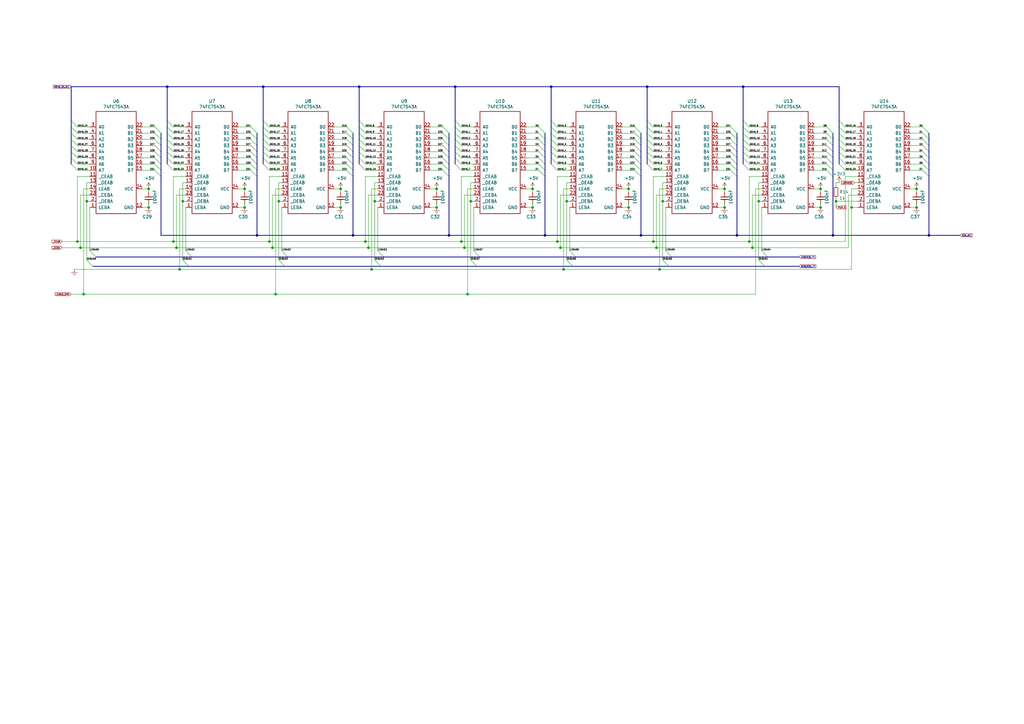
<source format=kicad_sch>
(kicad_sch (version 20230121) (generator eeschema)
  (paper "A3")
  (title_block (title "Z3660 by sHaNsHe (Double H Tech)") (date "2023-08-06") (rev "v0.21a") (comment 1 "v0.21a Changed Array Networks"))
  (junction (at 139.7 77.47))
  (junction (at 336.55 85.09))
  (junction (at 113.03 120.65))
  (junction (at 341.63 96.52))
  (junction (at 60.96 85.09))
  (junction (at 270.51 110.49))
  (junction (at 228.6 99.06))
  (junction (at 100.33 77.47))
  (junction (at 231.14 110.49))
  (junction (at 72.39 101.6))
  (junction (at 297.18 77.47))
  (junction (at 35.56 82.55))
  (junction (at 186.69 35.56))
  (junction (at 152.4 110.49))
  (junction (at 257.81 77.47))
  (junction (at 262.89 96.52))
  (junction (at 189.23 99.06))
  (junction (at 271.78 82.55))
  (junction (at 179.07 77.47))
  (junction (at 68.58 35.56))
  (junction (at 307.34 99.06))
  (junction (at 191.77 120.65))
  (junction (at 304.8 35.56))
  (junction (at 153.67 82.55))
  (junction (at 308.61 101.6))
  (junction (at 34.29 120.65))
  (junction (at 375.92 85.09))
  (junction (at 151.13 101.6))
  (junction (at 193.04 82.55))
  (junction (at 114.3 82.55))
  (junction (at 110.49 99.06))
  (junction (at 60.96 77.47))
  (junction (at 257.81 85.09))
  (junction (at 381 96.52))
  (junction (at 71.12 99.06))
  (junction (at 179.07 85.09))
  (junction (at 31.75 99.06))
  (junction (at 33.02 101.6))
  (junction (at 218.44 85.09))
  (junction (at 111.76 101.6))
  (junction (at 218.44 77.47))
  (junction (at 267.97 99.06))
  (junction (at 190.5 101.6))
  (junction (at 184.15 96.52))
  (junction (at 144.78 96.52))
  (junction (at 149.86 99.06))
  (junction (at 232.41 82.55))
  (junction (at 269.24 101.6))
  (junction (at 73.66 110.49))
  (junction (at 336.55 77.47))
  (junction (at 311.15 82.55))
  (junction (at 349.25 85.09))
  (junction (at 74.93 82.55))
  (junction (at 229.87 101.6))
  (junction (at 107.95 35.56))
  (junction (at 226.06 35.56))
  (junction (at 265.43 35.56))
  (junction (at 139.7 85.09))
  (junction (at 105.41 96.52))
  (junction (at 297.18 85.09))
  (junction (at 342.9 82.55))
  (junction (at 100.33 85.09))
  (junction (at 223.52 96.52))
  (junction (at 302.26 96.52))
  (junction (at 147.32 35.56))
  (junction (at 375.92 77.47))
  (bus_entry (at 181.61 64.77) (size 2.54 2.54))
  (bus_entry (at 107.95 54.61) (size 2.54 2.54))
  (bus_entry (at 265.43 49.53) (size 2.54 2.54))
  (bus_entry (at 304.8 54.61) (size 2.54 2.54))
  (bus_entry (at 304.8 64.77) (size 2.54 2.54))
  (bus_entry (at 68.58 64.77) (size 2.54 2.54))
  (bus_entry (at 339.09 59.69) (size 2.54 2.54))
  (bus_entry (at 311.15 106.68) (size 2.54 2.54))
  (bus_entry (at 68.58 54.61) (size 2.54 2.54))
  (bus_entry (at 147.32 62.23) (size 2.54 2.54))
  (bus_entry (at 260.35 67.31) (size 2.54 2.54))
  (bus_entry (at 29.21 54.61) (size 2.54 2.54))
  (bus_entry (at 260.35 52.07) (size 2.54 2.54))
  (bus_entry (at 226.06 49.53) (size 2.54 2.54))
  (bus_entry (at 260.35 62.23) (size 2.54 2.54))
  (bus_entry (at 147.32 67.31) (size 2.54 2.54))
  (bus_entry (at 339.09 62.23) (size 2.54 2.54))
  (bus_entry (at 226.06 62.23) (size 2.54 2.54))
  (bus_entry (at 68.58 62.23) (size 2.54 2.54))
  (bus_entry (at 29.21 57.15) (size 2.54 2.54))
  (bus_entry (at 68.58 59.69) (size 2.54 2.54))
  (bus_entry (at 142.24 57.15) (size 2.54 2.54))
  (bus_entry (at 339.09 54.61) (size 2.54 2.54))
  (bus_entry (at 181.61 62.23) (size 2.54 2.54))
  (bus_entry (at 299.72 54.61) (size 2.54 2.54))
  (bus_entry (at 147.32 49.53) (size 2.54 2.54))
  (bus_entry (at 344.17 62.23) (size 2.54 2.54))
  (bus_entry (at 265.43 67.31) (size 2.54 2.54))
  (bus_entry (at 220.98 59.69) (size 2.54 2.54))
  (bus_entry (at 378.46 57.15) (size 2.54 2.54))
  (bus_entry (at 220.98 57.15) (size 2.54 2.54))
  (bus_entry (at 299.72 64.77) (size 2.54 2.54))
  (bus_entry (at 29.21 67.31) (size 2.54 2.54))
  (bus_entry (at 304.8 62.23) (size 2.54 2.54))
  (bus_entry (at 232.41 106.68) (size 2.54 2.54))
  (bus_entry (at 226.06 59.69) (size 2.54 2.54))
  (bus_entry (at 378.46 69.85) (size 2.54 2.54))
  (bus_entry (at 220.98 69.85) (size 2.54 2.54))
  (bus_entry (at 378.46 67.31) (size 2.54 2.54))
  (bus_entry (at 115.57 102.87) (size 2.54 2.54))
  (bus_entry (at 107.95 64.77) (size 2.54 2.54))
  (bus_entry (at 226.06 57.15) (size 2.54 2.54))
  (bus_entry (at 102.87 62.23) (size 2.54 2.54))
  (bus_entry (at 299.72 52.07) (size 2.54 2.54))
  (bus_entry (at 181.61 67.31) (size 2.54 2.54))
  (bus_entry (at 181.61 59.69) (size 2.54 2.54))
  (bus_entry (at 339.09 57.15) (size 2.54 2.54))
  (bus_entry (at 260.35 64.77) (size 2.54 2.54))
  (bus_entry (at 68.58 67.31) (size 2.54 2.54))
  (bus_entry (at 142.24 59.69) (size 2.54 2.54))
  (bus_entry (at 142.24 64.77) (size 2.54 2.54))
  (bus_entry (at 265.43 52.07) (size 2.54 2.54))
  (bus_entry (at 63.5 62.23) (size 2.54 2.54))
  (bus_entry (at 181.61 69.85) (size 2.54 2.54))
  (bus_entry (at 142.24 52.07) (size 2.54 2.54))
  (bus_entry (at 186.69 59.69) (size 2.54 2.54))
  (bus_entry (at 107.95 57.15) (size 2.54 2.54))
  (bus_entry (at 304.8 67.31) (size 2.54 2.54))
  (bus_entry (at 107.95 49.53) (size 2.54 2.54))
  (bus_entry (at 68.58 49.53) (size 2.54 2.54))
  (bus_entry (at 63.5 59.69) (size 2.54 2.54))
  (bus_entry (at 220.98 67.31) (size 2.54 2.54))
  (bus_entry (at 107.95 52.07) (size 2.54 2.54))
  (bus_entry (at 299.72 59.69) (size 2.54 2.54))
  (bus_entry (at 29.21 49.53) (size 2.54 2.54))
  (bus_entry (at 29.21 64.77) (size 2.54 2.54))
  (bus_entry (at 63.5 54.61) (size 2.54 2.54))
  (bus_entry (at 265.43 62.23) (size 2.54 2.54))
  (bus_entry (at 304.8 57.15) (size 2.54 2.54))
  (bus_entry (at 304.8 49.53) (size 2.54 2.54))
  (bus_entry (at 339.09 64.77) (size 2.54 2.54))
  (bus_entry (at 35.56 106.68) (size 2.54 2.54))
  (bus_entry (at 273.05 102.87) (size 2.54 2.54))
  (bus_entry (at 194.31 102.87) (size 2.54 2.54))
  (bus_entry (at 344.17 59.69) (size 2.54 2.54))
  (bus_entry (at 186.69 57.15) (size 2.54 2.54))
  (bus_entry (at 107.95 62.23) (size 2.54 2.54))
  (bus_entry (at 378.46 52.07) (size 2.54 2.54))
  (bus_entry (at 102.87 52.07) (size 2.54 2.54))
  (bus_entry (at 378.46 62.23) (size 2.54 2.54))
  (bus_entry (at 181.61 52.07) (size 2.54 2.54))
  (bus_entry (at 63.5 69.85) (size 2.54 2.54))
  (bus_entry (at 186.69 54.61) (size 2.54 2.54))
  (bus_entry (at 29.21 52.07) (size 2.54 2.54))
  (bus_entry (at 142.24 62.23) (size 2.54 2.54))
  (bus_entry (at 339.09 69.85) (size 2.54 2.54))
  (bus_entry (at 76.2 102.87) (size 2.54 2.54))
  (bus_entry (at 265.43 59.69) (size 2.54 2.54))
  (bus_entry (at 233.68 102.87) (size 2.54 2.54))
  (bus_entry (at 147.32 59.69) (size 2.54 2.54))
  (bus_entry (at 299.72 62.23) (size 2.54 2.54))
  (bus_entry (at 226.06 52.07) (size 2.54 2.54))
  (bus_entry (at 63.5 64.77) (size 2.54 2.54))
  (bus_entry (at 147.32 54.61) (size 2.54 2.54))
  (bus_entry (at 193.04 106.68) (size 2.54 2.54))
  (bus_entry (at 220.98 64.77) (size 2.54 2.54))
  (bus_entry (at 181.61 57.15) (size 2.54 2.54))
  (bus_entry (at 147.32 57.15) (size 2.54 2.54))
  (bus_entry (at 186.69 52.07) (size 2.54 2.54))
  (bus_entry (at 186.69 67.31) (size 2.54 2.54))
  (bus_entry (at 260.35 59.69) (size 2.54 2.54))
  (bus_entry (at 102.87 54.61) (size 2.54 2.54))
  (bus_entry (at 312.42 102.87) (size 2.54 2.54))
  (bus_entry (at 63.5 52.07) (size 2.54 2.54))
  (bus_entry (at 114.3 106.68) (size 2.54 2.54))
  (bus_entry (at 304.8 59.69) (size 2.54 2.54))
  (bus_entry (at 344.17 52.07) (size 2.54 2.54))
  (bus_entry (at 260.35 69.85) (size 2.54 2.54))
  (bus_entry (at 142.24 54.61) (size 2.54 2.54))
  (bus_entry (at 265.43 54.61) (size 2.54 2.54))
  (bus_entry (at 181.61 54.61) (size 2.54 2.54))
  (bus_entry (at 142.24 67.31) (size 2.54 2.54))
  (bus_entry (at 107.95 67.31) (size 2.54 2.54))
  (bus_entry (at 153.67 106.68) (size 2.54 2.54))
  (bus_entry (at 102.87 59.69) (size 2.54 2.54))
  (bus_entry (at 265.43 57.15) (size 2.54 2.54))
  (bus_entry (at 344.17 67.31) (size 2.54 2.54))
  (bus_entry (at 102.87 64.77) (size 2.54 2.54))
  (bus_entry (at 226.06 54.61) (size 2.54 2.54))
  (bus_entry (at 63.5 67.31) (size 2.54 2.54))
  (bus_entry (at 29.21 59.69) (size 2.54 2.54))
  (bus_entry (at 102.87 57.15) (size 2.54 2.54))
  (bus_entry (at 260.35 54.61) (size 2.54 2.54))
  (bus_entry (at 107.95 59.69) (size 2.54 2.54))
  (bus_entry (at 378.46 59.69) (size 2.54 2.54))
  (bus_entry (at 344.17 57.15) (size 2.54 2.54))
  (bus_entry (at 36.83 102.87) (size 2.54 2.54))
  (bus_entry (at 299.72 67.31) (size 2.54 2.54))
  (bus_entry (at 378.46 64.77) (size 2.54 2.54))
  (bus_entry (at 102.87 69.85) (size 2.54 2.54))
  (bus_entry (at 74.93 106.68) (size 2.54 2.54))
  (bus_entry (at 147.32 64.77) (size 2.54 2.54))
  (bus_entry (at 344.17 64.77) (size 2.54 2.54))
  (bus_entry (at 68.58 52.07) (size 2.54 2.54))
  (bus_entry (at 220.98 52.07) (size 2.54 2.54))
  (bus_entry (at 186.69 64.77) (size 2.54 2.54))
  (bus_entry (at 68.58 57.15) (size 2.54 2.54))
  (bus_entry (at 271.78 106.68) (size 2.54 2.54))
  (bus_entry (at 265.43 64.77) (size 2.54 2.54))
  (bus_entry (at 147.32 52.07) (size 2.54 2.54))
  (bus_entry (at 226.06 67.31) (size 2.54 2.54))
  (bus_entry (at 260.35 57.15) (size 2.54 2.54))
  (bus_entry (at 154.94 102.87) (size 2.54 2.54))
  (bus_entry (at 63.5 57.15) (size 2.54 2.54))
  (bus_entry (at 299.72 69.85) (size 2.54 2.54))
  (bus_entry (at 220.98 54.61) (size 2.54 2.54))
  (bus_entry (at 142.24 69.85) (size 2.54 2.54))
  (bus_entry (at 344.17 54.61) (size 2.54 2.54))
  (bus_entry (at 299.72 57.15) (size 2.54 2.54))
  (bus_entry (at 102.87 67.31) (size 2.54 2.54))
  (bus_entry (at 226.06 64.77) (size 2.54 2.54))
  (bus_entry (at 220.98 62.23) (size 2.54 2.54))
  (bus_entry (at 304.8 52.07) (size 2.54 2.54))
  (bus_entry (at 29.21 62.23) (size 2.54 2.54))
  (bus_entry (at 186.69 62.23) (size 2.54 2.54))
  (bus_entry (at 378.46 54.61) (size 2.54 2.54))
  (bus_entry (at 339.09 67.31) (size 2.54 2.54))
  (bus_entry (at 186.69 49.53) (size 2.54 2.54))
  (bus_entry (at 344.17 49.53) (size 2.54 2.54))
  (bus_entry (at 339.09 52.07) (size 2.54 2.54))
  (bus (pts (xy 381 96.52) (xy 393.7 96.52)))
  (wire (pts (xy 152.4 110.49) (xy 231.14 110.49)))
  (wire (pts (xy 339.09 57.15) (xy 334.01 57.15)))
  (wire (pts (xy 312.42 102.87) (xy 312.42 85.09)))
  (wire (pts (xy 294.64 54.61) (xy 299.72 54.61)))
  (wire (pts (xy 137.16 69.85) (xy 142.24 69.85)))
  (bus (pts (xy 144.78 54.61) (xy 144.78 57.15)))
  (wire (pts (xy 189.23 54.61) (xy 194.31 54.61)))
  (wire (pts (xy 153.67 74.93) (xy 153.67 82.55)))
  (wire (pts (xy 255.27 69.85) (xy 260.35 69.85)))
  (bus (pts (xy 302.26 72.39) (xy 302.26 96.52)))
  (wire (pts (xy 220.98 52.07) (xy 215.9 52.07)))
  (wire (pts (xy 218.44 83.82) (xy 218.44 85.09)))
  (wire (pts (xy 181.61 52.07) (xy 176.53 52.07)))
  (bus (pts (xy 66.04 72.39) (xy 66.04 96.52)))
  (wire (pts (xy 267.97 72.39) (xy 273.05 72.39)))
  (bus (pts (xy 265.43 49.53) (xy 265.43 52.07)))
  (wire (pts (xy 378.46 57.15) (xy 373.38 57.15)))
  (wire (pts (xy 71.12 99.06) (xy 71.12 72.39)))
  (wire (pts (xy 25.4 99.06) (xy 31.75 99.06)))
  (wire (pts (xy 149.86 59.69) (xy 154.94 59.69)))
  (bus (pts (xy 186.69 59.69) (xy 186.69 62.23)))
  (wire (pts (xy 35.56 74.93) (xy 35.56 82.55)))
  (wire (pts (xy 137.16 77.47) (xy 139.7 77.47)))
  (wire (pts (xy 307.34 99.06) (xy 346.71 99.06)))
  (bus (pts (xy 341.63 57.15) (xy 341.63 59.69)))
  (bus (pts (xy 262.89 62.23) (xy 262.89 64.77)))
  (wire (pts (xy 31.75 59.69) (xy 36.83 59.69)))
  (bus (pts (xy 66.04 96.52) (xy 105.41 96.52)))
  (bus (pts (xy 265.43 35.56) (xy 304.8 35.56)))
  (bus (pts (xy 66.04 69.85) (xy 66.04 72.39)))
  (bus (pts (xy 144.78 69.85) (xy 144.78 72.39)))
  (wire (pts (xy 25.4 101.6) (xy 33.02 101.6)))
  (wire (pts (xy 71.12 64.77) (xy 76.2 64.77)))
  (wire (pts (xy 309.88 120.65) (xy 191.77 120.65)))
  (wire (pts (xy 71.12 59.69) (xy 76.2 59.69)))
  (wire (pts (xy 233.68 62.23) (xy 228.6 62.23)))
  (bus (pts (xy 184.15 54.61) (xy 184.15 57.15)))
  (wire (pts (xy 115.57 62.23) (xy 110.49 62.23)))
  (wire (pts (xy 115.57 74.93) (xy 114.3 74.93)))
  (wire (pts (xy 334.01 64.77) (xy 339.09 64.77)))
  (wire (pts (xy 63.5 62.23) (xy 58.42 62.23)))
  (wire (pts (xy 273.05 62.23) (xy 267.97 62.23)))
  (wire (pts (xy 342.9 85.09) (xy 342.9 82.55)))
  (bus (pts (xy 29.21 54.61) (xy 29.21 57.15)))
  (wire (pts (xy 76.2 74.93) (xy 74.93 74.93)))
  (bus (pts (xy 226.06 35.56) (xy 265.43 35.56)))
  (wire (pts (xy 139.7 78.74) (xy 139.7 77.47)))
  (wire (pts (xy 63.5 57.15) (xy 58.42 57.15)))
  (wire (pts (xy 294.64 59.69) (xy 299.72 59.69)))
  (wire (pts (xy 351.79 52.07) (xy 346.71 52.07)))
  (bus (pts (xy 107.95 54.61) (xy 107.95 57.15)))
  (wire (pts (xy 297.18 78.74) (xy 297.18 77.47)))
  (wire (pts (xy 149.86 54.61) (xy 154.94 54.61)))
  (bus (pts (xy 226.06 62.23) (xy 226.06 64.77)))
  (wire (pts (xy 233.68 102.87) (xy 233.68 85.09)))
  (bus (pts (xy 265.43 57.15) (xy 265.43 59.69)))
  (bus (pts (xy 118.11 105.41) (xy 157.48 105.41)))
  (wire (pts (xy 334.01 85.09) (xy 336.55 85.09)))
  (bus (pts (xy 29.21 52.07) (xy 29.21 54.61)))
  (wire (pts (xy 233.68 52.07) (xy 228.6 52.07)))
  (wire (pts (xy 260.35 57.15) (xy 255.27 57.15)))
  (wire (pts (xy 193.04 82.55) (xy 193.04 106.68)))
  (bus (pts (xy 107.95 35.56) (xy 147.32 35.56)))
  (bus (pts (xy 68.58 35.56) (xy 107.95 35.56)))
  (wire (pts (xy 33.02 80.01) (xy 36.83 80.01)))
  (wire (pts (xy 373.38 54.61) (xy 378.46 54.61)))
  (wire (pts (xy 312.42 82.55) (xy 311.15 82.55)))
  (bus (pts (xy 304.8 62.23) (xy 304.8 64.77)))
  (bus (pts (xy 29.21 57.15) (xy 29.21 59.69)))
  (wire (pts (xy 36.83 67.31) (xy 31.75 67.31)))
  (wire (pts (xy 110.49 99.06) (xy 110.49 72.39)))
  (bus (pts (xy 107.95 35.56) (xy 107.95 49.53)))
  (bus (pts (xy 107.95 57.15) (xy 107.95 59.69)))
  (wire (pts (xy 215.9 64.77) (xy 220.98 64.77)))
  (bus (pts (xy 147.32 49.53) (xy 147.32 52.07)))
  (wire (pts (xy 176.53 77.47) (xy 179.07 77.47)))
  (wire (pts (xy 233.68 82.55) (xy 232.41 82.55)))
  (bus (pts (xy 147.32 59.69) (xy 147.32 62.23)))
  (wire (pts (xy 336.55 78.74) (xy 336.55 77.47)))
  (bus (pts (xy 223.52 59.69) (xy 223.52 62.23)))
  (wire (pts (xy 189.23 64.77) (xy 194.31 64.77)))
  (bus (pts (xy 304.8 35.56) (xy 344.17 35.56)))
  (bus (pts (xy 156.21 109.22) (xy 195.58 109.22)))
  (wire (pts (xy 312.42 57.15) (xy 307.34 57.15)))
  (wire (pts (xy 34.29 77.47) (xy 34.29 120.65)))
  (wire (pts (xy 260.35 67.31) (xy 255.27 67.31)))
  (bus (pts (xy 341.63 69.85) (xy 341.63 72.39)))
  (wire (pts (xy 215.9 59.69) (xy 220.98 59.69)))
  (wire (pts (xy 267.97 64.77) (xy 273.05 64.77)))
  (wire (pts (xy 194.31 57.15) (xy 189.23 57.15)))
  (wire (pts (xy 194.31 52.07) (xy 189.23 52.07)))
  (wire (pts (xy 307.34 54.61) (xy 312.42 54.61)))
  (wire (pts (xy 309.88 77.47) (xy 309.88 120.65)))
  (wire (pts (xy 346.71 72.39) (xy 351.79 72.39)))
  (wire (pts (xy 191.77 77.47) (xy 191.77 120.65)))
  (wire (pts (xy 72.39 101.6) (xy 111.76 101.6)))
  (bus (pts (xy 29.21 62.23) (xy 29.21 64.77)))
  (bus (pts (xy 302.26 54.61) (xy 302.26 57.15)))
  (bus (pts (xy 29.21 64.77) (xy 29.21 67.31)))
  (wire (pts (xy 97.79 77.47) (xy 100.33 77.47)))
  (wire (pts (xy 229.87 80.01) (xy 233.68 80.01)))
  (bus (pts (xy 68.58 57.15) (xy 68.58 59.69)))
  (wire (pts (xy 347.98 80.01) (xy 351.79 80.01)))
  (wire (pts (xy 267.97 59.69) (xy 273.05 59.69)))
  (bus (pts (xy 304.8 54.61) (xy 304.8 57.15)))
  (bus (pts (xy 29.21 35.56) (xy 29.21 49.53)))
  (wire (pts (xy 76.2 85.09) (xy 76.2 102.87)))
  (bus (pts (xy 262.89 96.52) (xy 302.26 96.52)))
  (wire (pts (xy 110.49 59.69) (xy 115.57 59.69)))
  (bus (pts (xy 226.06 35.56) (xy 226.06 49.53)))
  (wire (pts (xy 36.83 74.93) (xy 35.56 74.93)))
  (wire (pts (xy 307.34 72.39) (xy 312.42 72.39)))
  (wire (pts (xy 373.38 59.69) (xy 378.46 59.69)))
  (bus (pts (xy 29.21 59.69) (xy 29.21 62.23)))
  (wire (pts (xy 273.05 82.55) (xy 271.78 82.55)))
  (wire (pts (xy 97.79 59.69) (xy 102.87 59.69)))
  (wire (pts (xy 151.13 101.6) (xy 151.13 80.01)))
  (wire (pts (xy 72.39 80.01) (xy 76.2 80.01)))
  (wire (pts (xy 33.02 101.6) (xy 72.39 101.6)))
  (bus (pts (xy 184.15 67.31) (xy 184.15 69.85)))
  (wire (pts (xy 151.13 101.6) (xy 190.5 101.6)))
  (wire (pts (xy 269.24 101.6) (xy 269.24 80.01)))
  (wire (pts (xy 137.16 59.69) (xy 142.24 59.69)))
  (bus (pts (xy 147.32 64.77) (xy 147.32 67.31)))
  (bus (pts (xy 105.41 64.77) (xy 105.41 67.31)))
  (bus (pts (xy 144.78 57.15) (xy 144.78 59.69)))
  (wire (pts (xy 115.57 82.55) (xy 114.3 82.55)))
  (bus (pts (xy 381 72.39) (xy 381 96.52)))
  (wire (pts (xy 154.94 74.93) (xy 153.67 74.93)))
  (bus (pts (xy 344.17 35.56) (xy 344.17 49.53)))
  (wire (pts (xy 194.31 82.55) (xy 193.04 82.55)))
  (wire (pts (xy 346.71 69.85) (xy 351.79 69.85)))
  (wire (pts (xy 102.87 57.15) (xy 97.79 57.15)))
  (wire (pts (xy 142.24 52.07) (xy 137.16 52.07)))
  (bus (pts (xy 302.26 67.31) (xy 302.26 69.85)))
  (bus (pts (xy 262.89 67.31) (xy 262.89 69.85)))
  (bus (pts (xy 341.63 72.39) (xy 341.63 96.52)))
  (wire (pts (xy 149.86 64.77) (xy 154.94 64.77)))
  (wire (pts (xy 97.79 64.77) (xy 102.87 64.77)))
  (wire (pts (xy 339.09 62.23) (xy 334.01 62.23)))
  (wire (pts (xy 179.07 78.74) (xy 179.07 77.47)))
  (wire (pts (xy 181.61 67.31) (xy 176.53 67.31)))
  (bus (pts (xy 105.41 72.39) (xy 105.41 96.52)))
  (bus (pts (xy 186.69 35.56) (xy 186.69 49.53)))
  (bus (pts (xy 144.78 59.69) (xy 144.78 62.23)))
  (wire (pts (xy 73.66 77.47) (xy 76.2 77.47)))
  (wire (pts (xy 194.31 67.31) (xy 189.23 67.31)))
  (wire (pts (xy 100.33 78.74) (xy 100.33 77.47)))
  (bus (pts (xy 68.58 49.53) (xy 68.58 52.07)))
  (bus (pts (xy 147.32 52.07) (xy 147.32 54.61)))
  (wire (pts (xy 215.9 77.47) (xy 218.44 77.47)))
  (wire (pts (xy 31.75 99.06) (xy 71.12 99.06)))
  (bus (pts (xy 314.96 105.41) (xy 327.66 105.41)))
  (wire (pts (xy 267.97 54.61) (xy 273.05 54.61)))
  (bus (pts (xy 196.85 105.41) (xy 236.22 105.41)))
  (wire (pts (xy 181.61 62.23) (xy 176.53 62.23)))
  (wire (pts (xy 111.76 80.01) (xy 115.57 80.01)))
  (wire (pts (xy 76.2 62.23) (xy 71.12 62.23)))
  (wire (pts (xy 308.61 101.6) (xy 308.61 80.01)))
  (bus (pts (xy 344.17 52.07) (xy 344.17 54.61)))
  (wire (pts (xy 228.6 59.69) (xy 233.68 59.69)))
  (wire (pts (xy 58.42 59.69) (xy 63.5 59.69)))
  (wire (pts (xy 220.98 62.23) (xy 215.9 62.23)))
  (wire (pts (xy 194.31 62.23) (xy 189.23 62.23)))
  (wire (pts (xy 154.94 67.31) (xy 149.86 67.31)))
  (bus (pts (xy 262.89 54.61) (xy 262.89 57.15)))
  (wire (pts (xy 309.88 77.47) (xy 312.42 77.47)))
  (bus (pts (xy 107.95 62.23) (xy 107.95 64.77)))
  (wire (pts (xy 257.81 83.82) (xy 257.81 85.09)))
  (wire (pts (xy 351.79 62.23) (xy 346.71 62.23)))
  (wire (pts (xy 346.71 64.77) (xy 351.79 64.77)))
  (bus (pts (xy 66.04 54.61) (xy 66.04 57.15)))
  (bus (pts (xy 265.43 52.07) (xy 265.43 54.61)))
  (wire (pts (xy 154.94 102.87) (xy 154.94 85.09)))
  (wire (pts (xy 232.41 82.55) (xy 232.41 106.68)))
  (wire (pts (xy 311.15 82.55) (xy 311.15 106.68)))
  (wire (pts (xy 31.75 99.06) (xy 31.75 72.39)))
  (bus (pts (xy 68.58 54.61) (xy 68.58 57.15)))
  (wire (pts (xy 113.03 120.65) (xy 34.29 120.65)))
  (bus (pts (xy 184.15 59.69) (xy 184.15 62.23)))
  (wire (pts (xy 36.83 57.15) (xy 31.75 57.15)))
  (wire (pts (xy 346.71 99.06) (xy 346.71 72.39)))
  (bus (pts (xy 344.17 59.69) (xy 344.17 62.23)))
  (bus (pts (xy 157.48 105.41) (xy 196.85 105.41)))
  (wire (pts (xy 72.39 101.6) (xy 72.39 80.01)))
  (wire (pts (xy 373.38 77.47) (xy 375.92 77.47)))
  (bus (pts (xy 381 64.77) (xy 381 67.31)))
  (bus (pts (xy 341.63 54.61) (xy 341.63 57.15)))
  (bus (pts (xy 341.63 59.69) (xy 341.63 62.23)))
  (wire (pts (xy 273.05 74.93) (xy 271.78 74.93)))
  (bus (pts (xy 68.58 59.69) (xy 68.58 62.23)))
  (bus (pts (xy 344.17 49.53) (xy 344.17 52.07)))
  (wire (pts (xy 102.87 67.31) (xy 97.79 67.31)))
  (wire (pts (xy 149.86 69.85) (xy 154.94 69.85)))
  (wire (pts (xy 97.79 85.09) (xy 100.33 85.09)))
  (bus (pts (xy 381 59.69) (xy 381 62.23)))
  (wire (pts (xy 346.71 54.61) (xy 351.79 54.61)))
  (wire (pts (xy 339.09 52.07) (xy 334.01 52.07)))
  (wire (pts (xy 113.03 77.47) (xy 115.57 77.47)))
  (wire (pts (xy 189.23 72.39) (xy 194.31 72.39)))
  (bus (pts (xy 302.26 69.85) (xy 302.26 72.39)))
  (bus (pts (xy 265.43 54.61) (xy 265.43 57.15)))
  (wire (pts (xy 228.6 54.61) (xy 233.68 54.61)))
  (wire (pts (xy 267.97 99.06) (xy 267.97 72.39)))
  (bus (pts (xy 274.32 109.22) (xy 313.69 109.22)))
  (wire (pts (xy 29.21 120.65) (xy 34.29 120.65)))
  (wire (pts (xy 35.56 82.55) (xy 35.56 106.68)))
  (bus (pts (xy 68.58 35.56) (xy 68.58 49.53)))
  (bus (pts (xy 105.41 96.52) (xy 144.78 96.52)))
  (wire (pts (xy 31.75 64.77) (xy 36.83 64.77)))
  (wire (pts (xy 307.34 69.85) (xy 312.42 69.85)))
  (bus (pts (xy 105.41 62.23) (xy 105.41 64.77)))
  (wire (pts (xy 231.14 77.47) (xy 233.68 77.47)))
  (bus (pts (xy 381 67.31) (xy 381 69.85)))
  (bus (pts (xy 226.06 52.07) (xy 226.06 54.61)))
  (bus (pts (xy 39.37 105.41) (xy 78.74 105.41)))
  (bus (pts (xy 341.63 67.31) (xy 341.63 69.85)))
  (wire (pts (xy 142.24 62.23) (xy 137.16 62.23)))
  (wire (pts (xy 312.42 74.93) (xy 311.15 74.93)))
  (wire (pts (xy 311.15 74.93) (xy 311.15 82.55)))
  (wire (pts (xy 30.48 110.49) (xy 73.66 110.49)))
  (wire (pts (xy 152.4 110.49) (xy 152.4 77.47)))
  (wire (pts (xy 149.86 99.06) (xy 189.23 99.06)))
  (wire (pts (xy 269.24 101.6) (xy 308.61 101.6)))
  (wire (pts (xy 260.35 52.07) (xy 255.27 52.07)))
  (bus (pts (xy 68.58 52.07) (xy 68.58 54.61)))
  (wire (pts (xy 270.51 77.47) (xy 273.05 77.47)))
  (wire (pts (xy 228.6 99.06) (xy 228.6 72.39)))
  (wire (pts (xy 215.9 69.85) (xy 220.98 69.85)))
  (bus (pts (xy 184.15 57.15) (xy 184.15 59.69)))
  (wire (pts (xy 58.42 54.61) (xy 63.5 54.61)))
  (bus (pts (xy 186.69 35.56) (xy 226.06 35.56)))
  (bus (pts (xy 105.41 59.69) (xy 105.41 62.23)))
  (wire (pts (xy 76.2 82.55) (xy 74.93 82.55)))
  (wire (pts (xy 378.46 62.23) (xy 373.38 62.23)))
  (bus (pts (xy 223.52 96.52) (xy 262.89 96.52)))
  (wire (pts (xy 137.16 85.09) (xy 139.7 85.09)))
  (wire (pts (xy 114.3 82.55) (xy 114.3 106.68)))
  (wire (pts (xy 36.83 82.55) (xy 35.56 82.55)))
  (wire (pts (xy 334.01 54.61) (xy 339.09 54.61)))
  (wire (pts (xy 58.42 64.77) (xy 63.5 64.77)))
  (bus (pts (xy 105.41 57.15) (xy 105.41 59.69)))
  (bus (pts (xy 66.04 59.69) (xy 66.04 62.23)))
  (wire (pts (xy 267.97 69.85) (xy 273.05 69.85)))
  (bus (pts (xy 186.69 57.15) (xy 186.69 59.69)))
  (wire (pts (xy 76.2 52.07) (xy 71.12 52.07)))
  (wire (pts (xy 229.87 101.6) (xy 229.87 80.01)))
  (wire (pts (xy 270.51 110.49) (xy 270.51 77.47)))
  (wire (pts (xy 111.76 101.6) (xy 111.76 80.01)))
  (wire (pts (xy 189.23 59.69) (xy 194.31 59.69)))
  (bus (pts (xy 313.69 109.22) (xy 327.66 109.22)))
  (wire (pts (xy 154.94 57.15) (xy 149.86 57.15)))
  (wire (pts (xy 152.4 77.47) (xy 154.94 77.47)))
  (wire (pts (xy 307.34 59.69) (xy 312.42 59.69)))
  (wire (pts (xy 181.61 57.15) (xy 176.53 57.15)))
  (wire (pts (xy 294.64 85.09) (xy 297.18 85.09)))
  (wire (pts (xy 349.25 110.49) (xy 349.25 85.09)))
  (bus (pts (xy 381 69.85) (xy 381 72.39)))
  (bus (pts (xy 77.47 109.22) (xy 116.84 109.22)))
  (wire (pts (xy 113.03 77.47) (xy 113.03 120.65)))
  (wire (pts (xy 60.96 78.74) (xy 60.96 77.47)))
  (wire (pts (xy 255.27 54.61) (xy 260.35 54.61)))
  (bus (pts (xy 344.17 62.23) (xy 344.17 64.77)))
  (wire (pts (xy 273.05 102.87) (xy 273.05 85.09)))
  (bus (pts (xy 147.32 54.61) (xy 147.32 57.15)))
  (wire (pts (xy 76.2 67.31) (xy 71.12 67.31)))
  (bus (pts (xy 275.59 105.41) (xy 314.96 105.41)))
  (bus (pts (xy 302.26 57.15) (xy 302.26 59.69)))
  (wire (pts (xy 273.05 57.15) (xy 267.97 57.15)))
  (wire (pts (xy 154.94 82.55) (xy 153.67 82.55)))
  (wire (pts (xy 115.57 57.15) (xy 110.49 57.15)))
  (bus (pts (xy 304.8 57.15) (xy 304.8 59.69)))
  (bus (pts (xy 226.06 57.15) (xy 226.06 59.69)))
  (wire (pts (xy 31.75 54.61) (xy 36.83 54.61)))
  (bus (pts (xy 344.17 54.61) (xy 344.17 57.15)))
  (bus (pts (xy 147.32 35.56) (xy 186.69 35.56)))
  (wire (pts (xy 179.07 83.82) (xy 179.07 85.09)))
  (wire (pts (xy 334.01 59.69) (xy 339.09 59.69)))
  (wire (pts (xy 349.25 77.47) (xy 351.79 77.47)))
  (wire (pts (xy 294.64 77.47) (xy 297.18 77.47)))
  (wire (pts (xy 73.66 110.49) (xy 73.66 77.47)))
  (wire (pts (xy 110.49 54.61) (xy 115.57 54.61)))
  (bus (pts (xy 105.41 54.61) (xy 105.41 57.15)))
  (wire (pts (xy 194.31 74.93) (xy 193.04 74.93)))
  (bus (pts (xy 107.95 52.07) (xy 107.95 54.61)))
  (wire (pts (xy 102.87 52.07) (xy 97.79 52.07)))
  (wire (pts (xy 190.5 101.6) (xy 190.5 80.01)))
  (wire (pts (xy 115.57 102.87) (xy 115.57 85.09)))
  (wire (pts (xy 58.42 77.47) (xy 60.96 77.47)))
  (wire (pts (xy 153.67 82.55) (xy 153.67 106.68)))
  (wire (pts (xy 63.5 67.31) (xy 58.42 67.31)))
  (wire (pts (xy 378.46 67.31) (xy 373.38 67.31)))
  (bus (pts (xy 226.06 59.69) (xy 226.06 62.23)))
  (wire (pts (xy 97.79 69.85) (xy 102.87 69.85)))
  (bus (pts (xy 29.21 49.53) (xy 29.21 52.07)))
  (bus (pts (xy 381 57.15) (xy 381 59.69)))
  (wire (pts (xy 190.5 80.01) (xy 194.31 80.01)))
  (bus (pts (xy 147.32 57.15) (xy 147.32 59.69)))
  (wire (pts (xy 190.5 101.6) (xy 229.87 101.6)))
  (wire (pts (xy 346.71 59.69) (xy 351.79 59.69)))
  (bus (pts (xy 304.8 52.07) (xy 304.8 54.61)))
  (wire (pts (xy 233.68 67.31) (xy 228.6 67.31)))
  (bus (pts (xy 184.15 69.85) (xy 184.15 72.39)))
  (bus (pts (xy 144.78 72.39) (xy 144.78 96.52)))
  (wire (pts (xy 71.12 54.61) (xy 76.2 54.61)))
  (wire (pts (xy 375.92 78.74) (xy 375.92 77.47)))
  (wire (pts (xy 312.42 62.23) (xy 307.34 62.23)))
  (wire (pts (xy 228.6 64.77) (xy 233.68 64.77)))
  (bus (pts (xy 147.32 62.23) (xy 147.32 64.77)))
  (bus (pts (xy 186.69 52.07) (xy 186.69 54.61)))
  (bus (pts (xy 147.32 35.56) (xy 147.32 49.53)))
  (wire (pts (xy 189.23 99.06) (xy 189.23 72.39)))
  (bus (pts (xy 381 62.23) (xy 381 64.77)))
  (wire (pts (xy 299.72 52.07) (xy 294.64 52.07)))
  (wire (pts (xy 255.27 64.77) (xy 260.35 64.77)))
  (wire (pts (xy 149.86 99.06) (xy 149.86 72.39)))
  (bus (pts (xy 223.52 54.61) (xy 223.52 57.15)))
  (wire (pts (xy 308.61 80.01) (xy 312.42 80.01)))
  (wire (pts (xy 299.72 67.31) (xy 294.64 67.31)))
  (wire (pts (xy 312.42 52.07) (xy 307.34 52.07)))
  (bus (pts (xy 105.41 67.31) (xy 105.41 69.85)))
  (wire (pts (xy 334.01 69.85) (xy 339.09 69.85)))
  (wire (pts (xy 336.55 83.82) (xy 336.55 85.09)))
  (wire (pts (xy 218.44 78.74) (xy 218.44 77.47)))
  (wire (pts (xy 308.61 101.6) (xy 347.98 101.6)))
  (bus (pts (xy 144.78 67.31) (xy 144.78 69.85)))
  (wire (pts (xy 189.23 69.85) (xy 194.31 69.85)))
  (wire (pts (xy 58.42 85.09) (xy 60.96 85.09)))
  (wire (pts (xy 142.24 57.15) (xy 137.16 57.15)))
  (wire (pts (xy 31.75 72.39) (xy 36.83 72.39)))
  (wire (pts (xy 102.87 62.23) (xy 97.79 62.23)))
  (wire (pts (xy 231.14 110.49) (xy 231.14 77.47)))
  (wire (pts (xy 220.98 57.15) (xy 215.9 57.15)))
  (bus (pts (xy 223.52 72.39) (xy 223.52 96.52)))
  (bus (pts (xy 262.89 64.77) (xy 262.89 67.31)))
  (wire (pts (xy 233.68 57.15) (xy 228.6 57.15)))
  (wire (pts (xy 334.01 77.47) (xy 336.55 77.47)))
  (bus (pts (xy 302.26 96.52) (xy 341.63 96.52)))
  (bus (pts (xy 184.15 62.23) (xy 184.15 64.77)))
  (wire (pts (xy 33.02 101.6) (xy 33.02 80.01)))
  (bus (pts (xy 223.52 57.15) (xy 223.52 59.69)))
  (wire (pts (xy 270.51 110.49) (xy 349.25 110.49)))
  (bus (pts (xy 265.43 59.69) (xy 265.43 62.23)))
  (wire (pts (xy 154.94 62.23) (xy 149.86 62.23)))
  (wire (pts (xy 73.66 110.49) (xy 152.4 110.49)))
  (bus (pts (xy 68.58 64.77) (xy 68.58 67.31)))
  (bus (pts (xy 304.8 59.69) (xy 304.8 62.23)))
  (wire (pts (xy 294.64 64.77) (xy 299.72 64.77)))
  (bus (pts (xy 262.89 57.15) (xy 262.89 59.69)))
  (wire (pts (xy 232.41 74.93) (xy 232.41 82.55)))
  (wire (pts (xy 342.9 76.2) (xy 342.9 74.93)))
  (wire (pts (xy 142.24 67.31) (xy 137.16 67.31)))
  (wire (pts (xy 58.42 69.85) (xy 63.5 69.85)))
  (wire (pts (xy 228.6 72.39) (xy 233.68 72.39)))
  (wire (pts (xy 255.27 59.69) (xy 260.35 59.69)))
  (bus (pts (xy 186.69 64.77) (xy 186.69 67.31)))
  (wire (pts (xy 373.38 85.09) (xy 375.92 85.09)))
  (wire (pts (xy 110.49 69.85) (xy 115.57 69.85)))
  (wire (pts (xy 176.53 64.77) (xy 181.61 64.77)))
  (wire (pts (xy 299.72 62.23) (xy 294.64 62.23)))
  (bus (pts (xy 184.15 96.52) (xy 223.52 96.52)))
  (bus (pts (xy 304.8 64.77) (xy 304.8 67.31)))
  (wire (pts (xy 257.81 78.74) (xy 257.81 77.47)))
  (bus (pts (xy 144.78 64.77) (xy 144.78 67.31)))
  (wire (pts (xy 110.49 99.06) (xy 149.86 99.06)))
  (wire (pts (xy 307.34 99.06) (xy 307.34 72.39)))
  (wire (pts (xy 233.68 74.93) (xy 232.41 74.93)))
  (wire (pts (xy 215.9 85.09) (xy 218.44 85.09)))
  (bus (pts (xy 304.8 35.56) (xy 304.8 49.53)))
  (wire (pts (xy 351.79 85.09) (xy 349.25 85.09)))
  (wire (pts (xy 176.53 69.85) (xy 181.61 69.85)))
  (wire (pts (xy 342.9 74.93) (xy 344.17 74.93)))
  (wire (pts (xy 299.72 57.15) (xy 294.64 57.15)))
  (wire (pts (xy 115.57 67.31) (xy 110.49 67.31)))
  (bus (pts (xy 262.89 69.85) (xy 262.89 72.39)))
  (wire (pts (xy 114.3 74.93) (xy 114.3 82.55)))
  (bus (pts (xy 66.04 67.31) (xy 66.04 69.85)))
  (wire (pts (xy 71.12 72.39) (xy 76.2 72.39)))
  (wire (pts (xy 151.13 80.01) (xy 154.94 80.01)))
  (wire (pts (xy 373.38 64.77) (xy 378.46 64.77)))
  (bus (pts (xy 236.22 105.41) (xy 275.59 105.41)))
  (wire (pts (xy 115.57 52.07) (xy 110.49 52.07)))
  (bus (pts (xy 195.58 109.22) (xy 234.95 109.22)))
  (wire (pts (xy 176.53 85.09) (xy 179.07 85.09)))
  (wire (pts (xy 189.23 99.06) (xy 228.6 99.06)))
  (wire (pts (xy 220.98 67.31) (xy 215.9 67.31)))
  (bus (pts (xy 29.21 35.56) (xy 68.58 35.56)))
  (wire (pts (xy 271.78 82.55) (xy 271.78 106.68)))
  (wire (pts (xy 373.38 69.85) (xy 378.46 69.85)))
  (bus (pts (xy 66.04 64.77) (xy 66.04 67.31)))
  (bus (pts (xy 381 54.61) (xy 381 57.15)))
  (wire (pts (xy 269.24 80.01) (xy 273.05 80.01)))
  (wire (pts (xy 176.53 59.69) (xy 181.61 59.69)))
  (wire (pts (xy 273.05 52.07) (xy 267.97 52.07)))
  (wire (pts (xy 139.7 83.82) (xy 139.7 85.09)))
  (bus (pts (xy 186.69 49.53) (xy 186.69 52.07)))
  (bus (pts (xy 66.04 62.23) (xy 66.04 64.77)))
  (wire (pts (xy 74.93 82.55) (xy 74.93 106.68)))
  (wire (pts (xy 97.79 54.61) (xy 102.87 54.61)))
  (wire (pts (xy 260.35 62.23) (xy 255.27 62.23)))
  (bus (pts (xy 144.78 62.23) (xy 144.78 64.77)))
  (wire (pts (xy 36.83 62.23) (xy 31.75 62.23)))
  (bus (pts (xy 223.52 69.85) (xy 223.52 72.39)))
  (bus (pts (xy 262.89 59.69) (xy 262.89 62.23)))
  (wire (pts (xy 375.92 83.82) (xy 375.92 85.09)))
  (wire (pts (xy 342.9 82.55) (xy 342.9 81.28)))
  (wire (pts (xy 36.83 77.47) (xy 34.29 77.47)))
  (bus (pts (xy 184.15 72.39) (xy 184.15 96.52)))
  (wire (pts (xy 312.42 67.31) (xy 307.34 67.31)))
  (bus (pts (xy 234.95 109.22) (xy 274.32 109.22)))
  (wire (pts (xy 215.9 54.61) (xy 220.98 54.61)))
  (wire (pts (xy 347.98 80.01) (xy 347.98 101.6)))
  (wire (pts (xy 351.79 57.15) (xy 346.71 57.15)))
  (bus (pts (xy 304.8 49.53) (xy 304.8 52.07)))
  (bus (pts (xy 265.43 35.56) (xy 265.43 49.53)))
  (wire (pts (xy 342.9 82.55) (xy 351.79 82.55)))
  (bus (pts (xy 186.69 54.61) (xy 186.69 57.15)))
  (bus (pts (xy 223.52 64.77) (xy 223.52 67.31)))
  (wire (pts (xy 231.14 110.49) (xy 270.51 110.49)))
  (wire (pts (xy 74.93 74.93) (xy 74.93 82.55)))
  (wire (pts (xy 154.94 52.07) (xy 149.86 52.07)))
  (wire (pts (xy 137.16 54.61) (xy 142.24 54.61)))
  (bus (pts (xy 38.1 109.22) (xy 77.47 109.22)))
  (wire (pts (xy 307.34 64.77) (xy 312.42 64.77)))
  (wire (pts (xy 149.86 72.39) (xy 154.94 72.39)))
  (wire (pts (xy 191.77 120.65) (xy 113.03 120.65)))
  (wire (pts (xy 71.12 69.85) (xy 76.2 69.85)))
  (wire (pts (xy 267.97 99.06) (xy 307.34 99.06)))
  (bus (pts (xy 107.95 64.77) (xy 107.95 67.31)))
  (wire (pts (xy 228.6 99.06) (xy 267.97 99.06)))
  (bus (pts (xy 226.06 49.53) (xy 226.06 52.07)))
  (bus (pts (xy 341.63 62.23) (xy 341.63 64.77)))
  (wire (pts (xy 229.87 101.6) (xy 269.24 101.6)))
  (wire (pts (xy 110.49 72.39) (xy 115.57 72.39)))
  (wire (pts (xy 228.6 69.85) (xy 233.68 69.85)))
  (wire (pts (xy 191.77 77.47) (xy 194.31 77.47)))
  (wire (pts (xy 36.83 102.87) (xy 36.83 85.09)))
  (wire (pts (xy 378.46 52.07) (xy 373.38 52.07)))
  (bus (pts (xy 184.15 64.77) (xy 184.15 67.31)))
  (bus (pts (xy 341.63 64.77) (xy 341.63 67.31)))
  (wire (pts (xy 297.18 83.82) (xy 297.18 85.09)))
  (bus (pts (xy 78.74 105.41) (xy 118.11 105.41)))
  (wire (pts (xy 137.16 64.77) (xy 142.24 64.77)))
  (wire (pts (xy 339.09 67.31) (xy 334.01 67.31)))
  (bus (pts (xy 344.17 64.77) (xy 344.17 67.31)))
  (wire (pts (xy 271.78 74.93) (xy 271.78 82.55)))
  (bus (pts (xy 105.41 69.85) (xy 105.41 72.39)))
  (wire (pts (xy 100.33 83.82) (xy 100.33 85.09)))
  (bus (pts (xy 144.78 96.52) (xy 184.15 96.52)))
  (wire (pts (xy 193.04 74.93) (xy 193.04 82.55)))
  (bus (pts (xy 186.69 62.23) (xy 186.69 64.77)))
  (wire (pts (xy 255.27 85.09) (xy 257.81 85.09)))
  (wire (pts (xy 273.05 67.31) (xy 267.97 67.31)))
  (bus (pts (xy 302.26 62.23) (xy 302.26 64.77)))
  (bus (pts (xy 68.58 62.23) (xy 68.58 64.77)))
  (bus (pts (xy 344.17 57.15) (xy 344.17 59.69)))
  (bus (pts (xy 223.52 62.23) (xy 223.52 64.77)))
  (wire (pts (xy 110.49 64.77) (xy 115.57 64.77)))
  (wire (pts (xy 36.83 52.07) (xy 31.75 52.07)))
  (wire (pts (xy 63.5 52.07) (xy 58.42 52.07)))
  (bus (pts (xy 66.04 57.15) (xy 66.04 59.69)))
  (wire (pts (xy 71.12 99.06) (xy 110.49 99.06)))
  (wire (pts (xy 255.27 77.47) (xy 257.81 77.47)))
  (bus (pts (xy 107.95 59.69) (xy 107.95 62.23)))
  (wire (pts (xy 60.96 83.82) (xy 60.96 85.09)))
  (bus (pts (xy 223.52 67.31) (xy 223.52 69.85)))
  (bus (pts (xy 116.84 109.22) (xy 156.21 109.22)))
  (bus (pts (xy 226.06 54.61) (xy 226.06 57.15)))
  (wire (pts (xy 294.64 69.85) (xy 299.72 69.85)))
  (wire (pts (xy 349.25 85.09) (xy 349.25 77.47)))
  (bus (pts (xy 302.26 59.69) (xy 302.26 62.23)))
  (wire (pts (xy 111.76 101.6) (xy 151.13 101.6)))
  (bus (pts (xy 226.06 64.77) (xy 226.06 67.31)))
  (wire (pts (xy 350.52 74.93) (xy 351.79 74.93)))
  (wire (pts (xy 176.53 54.61) (xy 181.61 54.61)))
  (wire (pts (xy 351.79 67.31) (xy 346.71 67.31)))
  (bus (pts (xy 265.43 62.23) (xy 265.43 64.77)))
  (bus (pts (xy 262.89 72.39) (xy 262.89 96.52)))
  (bus (pts (xy 302.26 64.77) (xy 302.26 67.31)))
  (wire (pts (xy 76.2 57.15) (xy 71.12 57.15)))
  (wire (pts (xy 31.75 69.85) (xy 36.83 69.85)))
  (bus (pts (xy 265.43 64.77) (xy 265.43 67.31)))
  (wire (pts (xy 194.31 102.87) (xy 194.31 85.09)))
  (bus (pts (xy 341.63 96.52) (xy 381 96.52)))
  (bus (pts (xy 107.95 49.53) (xy 107.95 52.07)))
  (label "D040_30" (at 31.75 67.31 0) (effects (font (size 0.635 0.635))))
  (label "D040_23" (at 346.71 69.85 0) (effects (font (size 0.635 0.635))))
  (label "OEBUS6" (at 232.41 106.68 0) (effects (font (size 0.635 0.635))))
  (label "D040_3" (at 267.97 59.69 0) (effects (font (size 0.635 0.635))))
  (label "D040_0" (at 228.6 52.07 0) (effects (font (size 0.635 0.635))))
  (label "D31" (at 299.72 69.85 180) (effects (font (size 0.635 0.635))))
  (label "D16" (at 142.24 52.07 180) (effects (font (size 0.635 0.635))))
  (label "D17" (at 260.35 54.61 180) (effects (font (size 0.635 0.635))))
  (label "D28" (at 63.5 62.23 180) (effects (font (size 0.635 0.635))))
  (label "D22" (at 142.24 67.31 180) (effects (font (size 0.635 0.635))))
  (label "D040_29" (at 31.75 64.77 0) (effects (font (size 0.635 0.635))))
  (label "D20" (at 142.24 62.23 180) (effects (font (size 0.635 0.635))))
  (label "D31" (at 102.87 69.85 180) (effects (font (size 0.635 0.635))))
  (label "D040_9" (at 149.86 54.61 0) (effects (font (size 0.635 0.635))))
  (label "D7" (at 220.98 69.85 180) (effects (font (size 0.635 0.635))))
  (label "D19" (at 142.24 59.69 180) (effects (font (size 0.635 0.635))))
  (label "D27" (at 299.72 59.69 180) (effects (font (size 0.635 0.635))))
  (label "D29" (at 181.61 64.77 180) (effects (font (size 0.635 0.635))))
  (label "OEBUS2" (at 114.3 106.68 0) (effects (font (size 0.635 0.635))))
  (label "D040_10" (at 307.34 57.15 0) (effects (font (size 0.635 0.635))))
  (label "D040_1" (at 228.6 54.61 0) (effects (font (size 0.635 0.635))))
  (label "D20" (at 260.35 62.23 180) (effects (font (size 0.635 0.635))))
  (label "D040_7" (at 228.6 69.85 0) (effects (font (size 0.635 0.635))))
  (label "D0" (at 220.98 52.07 180) (effects (font (size 0.635 0.635))))
  (label "D040_19" (at 346.71 59.69 0) (effects (font (size 0.635 0.635))))
  (label "D9" (at 339.09 54.61 180) (effects (font (size 0.635 0.635))))
  (label "D040_4" (at 189.23 62.23 0) (effects (font (size 0.635 0.635))))
  (label "D040_6" (at 267.97 67.31 0) (effects (font (size 0.635 0.635))))
  (label "LEBUS3" (at 154.94 102.87 0) (effects (font (size 0.635 0.635))))
  (label "D31" (at 63.5 69.85 180) (effects (font (size 0.635 0.635))))
  (label "LEBUS5" (at 273.05 102.87 0) (effects (font (size 0.635 0.635))))
  (label "D27" (at 181.61 59.69 180) (effects (font (size 0.635 0.635))))
  (label "D040_17" (at 110.49 54.61 0) (effects (font (size 0.635 0.635))))
  (label "D040_16" (at 71.12 52.07 0) (effects (font (size 0.635 0.635))))
  (label "D4" (at 220.98 62.23 180) (effects (font (size 0.635 0.635))))
  (label "D30" (at 181.61 67.31 180) (effects (font (size 0.635 0.635))))
  (label "D24" (at 299.72 52.07 180) (effects (font (size 0.635 0.635))))
  (label "LEBUS7" (at 194.31 102.87 0) (effects (font (size 0.635 0.635))))
  (label "D040_15" (at 149.86 69.85 0) (effects (font (size 0.635 0.635))))
  (label "D040_6" (at 189.23 67.31 0) (effects (font (size 0.635 0.635))))
  (label "LEBUS2" (at 115.57 102.87 0) (effects (font (size 0.635 0.635))))
  (label "D25" (at 299.72 54.61 180) (effects (font (size 0.635 0.635))))
  (label "D3" (at 220.98 59.69 180) (effects (font (size 0.635 0.635))))
  (label "D040_8" (at 307.34 52.07 0) (effects (font (size 0.635 0.635))))
  (label "D10" (at 339.09 57.15 180) (effects (font (size 0.635 0.635))))
  (label "D18" (at 260.35 57.15 180) (effects (font (size 0.635 0.635))))
  (label "LEBUS0" (at 36.83 102.87 0) (effects (font (size 0.635 0.635))))
  (label "D24" (at 102.87 52.07 180) (effects (font (size 0.635 0.635))))
  (label "D27" (at 63.5 59.69 180) (effects (font (size 0.635 0.635))))
  (label "D28" (at 102.87 62.23 180) (effects (font (size 0.635 0.635))))
  (label "D29" (at 299.72 64.77 180) (effects (font (size 0.635 0.635))))
  (label "D31" (at 181.61 69.85 180) (effects (font (size 0.635 0.635))))
  (label "D5" (at 220.98 64.77 180) (effects (font (size 0.635 0.635))))
  (label "D1" (at 220.98 54.61 180) (effects (font (size 0.635 0.635))))
  (label "OEBUS7" (at 193.04 106.68 0) (effects (font (size 0.635 0.635))))
  (label "D040_14" (at 307.34 67.31 0) (effects (font (size 0.635 0.635))))
  (label "D040_24" (at 31.75 52.07 0) (effects (font (size 0.635 0.635))))
  (label "D0" (at 378.46 52.07 180) (effects (font (size 0.635 0.635))))
  (label "D28" (at 181.61 62.23 180) (effects (font (size 0.635 0.635))))
  (label "D040_4" (at 267.97 62.23 0) (effects (font (size 0.635 0.635))))
  (label "D040_11" (at 307.34 59.69 0) (effects (font (size 0.635 0.635))))
  (label "D040_6" (at 228.6 67.31 0) (effects (font (size 0.635 0.635))))
  (label "D040_3" (at 189.23 59.69 0) (effects (font (size 0.635 0.635))))
  (label "D040_19" (at 71.12 59.69 0) (effects (font (size 0.635 0.635))))
  (label "D18" (at 142.24 57.15 180) (effects (font (size 0.635 0.635))))
  (label "D040_5" (at 189.23 64.77 0) (effects (font (size 0.635 0.635))))
  (label "LEBUS4" (at 312.42 102.87 0) (effects (font (size 0.635 0.635))))
  (label "D040_22" (at 346.71 67.31 0) (effects (font (size 0.635 0.635))))
  (label "D040_20" (at 110.49 62.23 0) (effects (font (size 0.635 0.635))))
  (label "D29" (at 102.87 64.77 180) (effects (font (size 0.635 0.635))))
  (label "D13" (at 339.09 64.77 180) (effects (font (size 0.635 0.635))))
  (label "D040_3" (at 228.6 59.69 0) (effects (font (size 0.635 0.635))))
  (label "D040_12" (at 149.86 62.23 0) (effects (font (size 0.635 0.635))))
  (label "D040_12" (at 307.34 62.23 0) (effects (font (size 0.635 0.635))))
  (label "D3" (at 378.46 59.69 180) (effects (font (size 0.635 0.635))))
  (label "D26" (at 63.5 57.15 180) (effects (font (size 0.635 0.635))))
  (label "D4" (at 378.46 62.23 180) (effects (font (size 0.635 0.635))))
  (label "D040_2" (at 189.23 57.15 0) (effects (font (size 0.635 0.635))))
  (label "D26" (at 299.72 57.15 180) (effects (font (size 0.635 0.635))))
  (label "D040_27" (at 31.75 59.69 0) (effects (font (size 0.635 0.635))))
  (label "D040_16" (at 110.49 52.07 0) (effects (font (size 0.635 0.635))))
  (label "D21" (at 260.35 64.77 180) (effects (font (size 0.635 0.635))))
  (label "D040_20" (at 346.71 62.23 0) (effects (font (size 0.635 0.635))))
  (label "D040_7" (at 189.23 69.85 0) (effects (font (size 0.635 0.635))))
  (label "D22" (at 260.35 67.31 180) (effects (font (size 0.635 0.635))))
  (label "D040_17" (at 346.71 54.61 0) (effects (font (size 0.635 0.635))))
  (label "D25" (at 63.5 54.61 180) (effects (font (size 0.635 0.635))))
  (label "D1" (at 378.46 54.61 180) (effects (font (size 0.635 0.635))))
  (label "D040_26" (at 31.75 57.15 0) (effects (font (size 0.635 0.635))))
  (label "D14" (at 339.09 67.31 180) (effects (font (size 0.635 0.635))))
  (label "D19" (at 260.35 59.69 180) (effects (font (size 0.635 0.635))))
  (label "D040_22" (at 71.12 67.31 0) (effects (font (size 0.635 0.635))))
  (label "D23" (at 142.24 69.85 180) (effects (font (size 0.635 0.635))))
  (label "D040_8" (at 149.86 52.07 0) (effects (font (size 0.635 0.635))))
  (label "D040_16" (at 346.71 52.07 0) (effects (font (size 0.635 0.635))))
  (label "D040_1" (at 267.97 54.61 0) (effects (font (size 0.635 0.635))))
  (label "D6" (at 220.98 67.31 180) (effects (font (size 0.635 0.635))))
  (label "OEBUS1" (at 74.93 106.68 0) (effects (font (size 0.635 0.635))))
  (label "D040_5" (at 228.6 64.77 0) (effects (font (size 0.635 0.635))))
  (label "D040_18" (at 346.71 57.15 0) (effects (font (size 0.635 0.635))))
  (label "D7" (at 378.46 69.85 180) (effects (font (size 0.635 0.635))))
  (label "D040_9" (at 307.34 54.61 0) (effects (font (size 0.635 0.635))))
  (label "D24" (at 181.61 52.07 180) (effects (font (size 0.635 0.635))))
  (label "D29" (at 63.5 64.77 180) (effects (font (size 0.635 0.635))))
  (label "D040_18" (at 110.49 57.15 0) (effects (font (size 0.635 0.635))))
  (label "D040_4" (at 228.6 62.23 0) (effects (font (size 0.635 0.635))))
  (label "D040_19" (at 110.49 59.69 0) (effects (font (size 0.635 0.635))))
  (label "D30" (at 102.87 67.31 180) (effects (font (size 0.635 0.635))))
  (label "OEBUS3" (at 153.67 106.68 0) (effects (font (size 0.635 0.635))))
  (label "D040_15" (at 307.34 69.85 0) (effects (font (size 0.635 0.635))))
  (label "D2" (at 378.46 57.15 180) (effects (font (size 0.635 0.635))))
  (label "D040_14" (at 149.86 67.31 0) (effects (font (size 0.635 0.635))))
  (label "D24" (at 63.5 52.07 180) (effects (font (size 0.635 0.635))))
  (label "D040_0" (at 267.97 52.07 0) (effects (font (size 0.635 0.635))))
  (label "D040_13" (at 149.86 64.77 0) (effects (font (size 0.635 0.635))))
  (label "D17" (at 142.24 54.61 180) (effects (font (size 0.635 0.635))))
  (label "D040_2" (at 267.97 57.15 0) (effects (font (size 0.635 0.635))))
  (label "D040_2" (at 228.6 57.15 0) (effects (font (size 0.635 0.635))))
  (label "D8" (at 339.09 52.07 180) (effects (font (size 0.635 0.635))))
  (label "OEBUS4" (at 311.15 106.68 0) (effects (font (size 0.635 0.635))))
  (label "D23" (at 260.35 69.85 180) (effects (font (size 0.635 0.635))))
  (label "D26" (at 181.61 57.15 180) (effects (font (size 0.635 0.635))))
  (label "D040_18" (at 71.12 57.15 0) (effects (font (size 0.635 0.635))))
  (label "D30" (at 63.5 67.31 180) (effects (font (size 0.635 0.635))))
  (label "D040_11" (at 149.86 59.69 0) (effects (font (size 0.635 0.635))))
  (label "D2" (at 220.98 57.15 180) (effects (font (size 0.635 0.635))))
  (label "D040_28" (at 31.75 62.23 0) (effects (font (size 0.635 0.635))))
  (label "OEBUS0" (at 35.56 106.68 0) (effects (font (size 0.635 0.635))))
  (label "D040_23" (at 110.49 69.85 0) (effects (font (size 0.635 0.635))))
  (label "D040_10" (at 149.86 57.15 0) (effects (font (size 0.635 0.635))))
  (label "D040_17" (at 71.12 54.61 0) (effects (font (size 0.635 0.635))))
  (label "D040_21" (at 110.49 64.77 0) (effects (font (size 0.635 0.635))))
  (label "D040_21" (at 346.71 64.77 0) (effects (font (size 0.635 0.635))))
  (label "D30" (at 299.72 67.31 180) (effects (font (size 0.635 0.635))))
  (label "D21" (at 142.24 64.77 180) (effects (font (size 0.635 0.635))))
  (label "D040_13" (at 307.34 64.77 0) (effects (font (size 0.635 0.635))))
  (label "D12" (at 339.09 62.23 180) (effects (font (size 0.635 0.635))))
  (label "D5" (at 378.46 64.77 180) (effects (font (size 0.635 0.635))))
  (label "D040_5" (at 267.97 64.77 0) (effects (font (size 0.635 0.635))))
  (label "D040_20" (at 71.12 62.23 0) (effects (font (size 0.635 0.635))))
  (label "D040_22" (at 110.49 67.31 0) (effects (font (size 0.635 0.635))))
  (label "D040_7" (at 267.97 69.85 0) (effects (font (size 0.635 0.635))))
  (label "D040_1" (at 189.23 54.61 0) (effects (font (size 0.635 0.635))))
  (label "OEBUS5" (at 271.78 106.68 0) (effects (font (size 0.635 0.635))))
  (label "D25" (at 102.87 54.61 180) (effects (font (size 0.635 0.635))))
  (label "D28" (at 299.72 62.23 180) (effects (font (size 0.635 0.635))))
  (label "D040_25" (at 31.75 54.61 0) (effects (font (size 0.635 0.635))))
  (label "D27" (at 102.87 59.69 180) (effects (font (size 0.635 0.635))))
  (label "D25" (at 181.61 54.61 180) (effects (font (size 0.635 0.635))))
  (label "LEBUS6" (at 233.68 102.87 0) (effects (font (size 0.635 0.635))))
  (label "D16" (at 260.35 52.07 180) (effects (font (size 0.635 0.635))))
  (label "D26" (at 102.87 57.15 180) (effects (font (size 0.635 0.635))))
  (label "D040_23" (at 71.12 69.85 0) (effects (font (size 0.635 0.635))))
  (label "D040_31" (at 31.75 69.85 0) (effects (font (size 0.635 0.635))))
  (label "D11" (at 339.09 59.69 180) (effects (font (size 0.635 0.635))))
  (label "D040_21" (at 71.12 64.77 0) (effects (font (size 0.635 0.635))))
  (label "D15" (at 339.09 69.85 180) (effects (font (size 0.635 0.635))))
  (label "D040_0" (at 189.23 52.07 0) (effects (font (size 0.635 0.635))))
  (label "LEBUS1" (at 76.2 102.87 0) (effects (font (size 0.635 0.635))))
  (label "D6" (at 378.46 67.31 180) (effects (font (size 0.635 0.635))))
  (global_label "OEBUS[0..7]" (shape input) (at 327.66 109.22 0) (effects (font (size 0.635 0.635))) (property "Intersheetrefs" "${INTERSHEET_REFS}" (effects hide)))
  (global_label "LEBUS[0..7]" (shape input) (at 327.66 105.41 0) (effects (font (size 0.635 0.635))) (property "Intersheetrefs" "${INTERSHEET_REFS}" (effects hide)))
  (global_label "LEBUS_DMA" (shape input) (at 29.21 120.65 180) (effects (font (size 0.635 0.635))) (property "Intersheetrefs" "${INTERSHEET_REFS}" (effects hide)))
  (global_label "_DMACOE" (shape input) (at 350.52 74.93 180) (effects (font (size 0.635 0.635))) (property "Intersheetrefs" "${INTERSHEET_REFS}" (effects hide)))
  (global_label "D040_[0..31]" (shape input) (at 29.21 35.56 180) (effects (font (size 0.635 0.635))) (property "Intersheetrefs" "${INTERSHEET_REFS}" (effects hide)))
  (global_label "_CEAB" (shape input) (at 25.4 99.06 180) (effects (font (size 0.635 0.635))) (property "Intersheetrefs" "${INTERSHEET_REFS}" (effects hide)))
  (global_label "_CEBA" (shape input) (at 25.4 101.6 180) (effects (font (size 0.635 0.635))) (property "Intersheetrefs" "${INTERSHEET_REFS}" (effects hide)))
  (global_label "D[0..31]" (shape input) (at 393.7 96.52 0) (effects (font (size 0.635 0.635))) (property "Intersheetrefs" "${INTERSHEET_REFS}" (effects hide)))
  (global_label "PUP_4" (shape input) (at 342.9 85.09 0) (effects (font (size 0.635 0.635))) (property "Intersheetrefs" "${INTERSHEET_REFS}" (effects hide)))
  (symbol (lib_id "A3660_Library:74FCT543A") (at 48.26 44.45 0) (unit 1)
    (property "Reference" "U6" (at 47.625 41.4782 0))
    (property "Value" "74FCT543A" (at 47.625 43.7896 0))
    (property "Footprint" "Z3660_v02:SOIC-24W_7.5x15.4mm_P1.27mm" (effects hide))
  )
  (symbol (lib_id "power:+5V") (at 60.96 77.47 0) (unit 1)
    (property "Reference" "#PWR042" (effects hide))
    (property "Value" "+5V" (at 61.341 73.0758 0))
  )
  (symbol (lib_id "power:Earth") (at 60.96 85.09 0) (unit 1)
    (property "Reference" "#PWR051" (effects hide))
    (property "Value" "Earth" (effects hide))
  )
  (symbol (lib_id "Device:C_Small") (at 60.96 81.28 0) (unit 1)
    (property "Reference" "C29" (at 58.42 88.9 0) (effects (justify left)))
    (property "Value" "100nF" (at 63.5 83.82 90) (effects (justify left)))
    (property "Footprint" "Z3660_v02:C_0805_2012Metric_Pad1.18x1.45mm_HandSolder" (effects hide))
  )
  (symbol (lib_id "A3660_Library:74FCT543A") (at 87.63 44.45 0) (unit 1)
    (property "Reference" "U7" (at 86.995 41.4782 0))
    (property "Value" "74FCT543A" (at 86.995 43.7896 0))
    (property "Footprint" "Z3660_v02:SOIC-24W_7.5x15.4mm_P1.27mm" (effects hide))
  )
  (symbol (lib_id "power:+5V") (at 100.33 77.47 0) (unit 1)
    (property "Reference" "#PWR043" (effects hide))
    (property "Value" "+5V" (at 100.711 73.0758 0))
  )
  (symbol (lib_id "power:Earth") (at 100.33 85.09 0) (unit 1)
    (property "Reference" "#PWR052" (effects hide))
    (property "Value" "Earth" (effects hide))
  )
  (symbol (lib_id "Device:C_Small") (at 100.33 81.28 0) (unit 1)
    (property "Reference" "C30" (at 97.79 88.9 0) (effects (justify left)))
    (property "Value" "100nF" (at 102.87 83.82 90) (effects (justify left)))
    (property "Footprint" "Z3660_v02:C_0805_2012Metric_Pad1.18x1.45mm_HandSolder" (effects hide))
  )
  (symbol (lib_id "A3660_Library:74FCT543A") (at 127 44.45 0) (unit 1)
    (property "Reference" "U8" (at 126.365 41.4782 0))
    (property "Value" "74FCT543A" (at 126.365 43.7896 0))
    (property "Footprint" "Z3660_v02:SOIC-24W_7.5x15.4mm_P1.27mm" (effects hide))
  )
  (symbol (lib_id "power:+5V") (at 139.7 77.47 0) (unit 1)
    (property "Reference" "#PWR044" (effects hide))
    (property "Value" "+5V" (at 140.081 73.0758 0))
  )
  (symbol (lib_id "power:Earth") (at 139.7 85.09 0) (unit 1)
    (property "Reference" "#PWR053" (effects hide))
    (property "Value" "Earth" (effects hide))
  )
  (symbol (lib_id "Device:C_Small") (at 139.7 81.28 0) (unit 1)
    (property "Reference" "C31" (at 137.16 88.9 0) (effects (justify left)))
    (property "Value" "100nF" (at 142.24 83.82 90) (effects (justify left)))
    (property "Footprint" "Z3660_v02:C_0805_2012Metric_Pad1.18x1.45mm_HandSolder" (effects hide))
  )
  (symbol (lib_id "A3660_Library:74FCT543A") (at 166.37 44.45 0) (unit 1)
    (property "Reference" "U9" (at 165.735 41.4782 0))
    (property "Value" "74FCT543A" (at 165.735 43.7896 0))
    (property "Footprint" "Z3660_v02:SOIC-24W_7.5x15.4mm_P1.27mm" (effects hide))
  )
  (symbol (lib_id "power:+5V") (at 179.07 77.47 0) (unit 1)
    (property "Reference" "#PWR045" (effects hide))
    (property "Value" "+5V" (at 179.451 73.0758 0))
  )
  (symbol (lib_id "power:Earth") (at 179.07 85.09 0) (unit 1)
    (property "Reference" "#PWR054" (effects hide))
    (property "Value" "Earth" (effects hide))
  )
  (symbol (lib_id "Device:C_Small") (at 179.07 81.28 0) (unit 1)
    (property "Reference" "C32" (at 176.53 88.9 0) (effects (justify left)))
    (property "Value" "100nF" (at 181.61 83.82 90) (effects (justify left)))
    (property "Footprint" "Z3660_v02:C_0805_2012Metric_Pad1.18x1.45mm_HandSolder" (effects hide))
  )
  (symbol (lib_id "A3660_Library:74FCT543A") (at 205.74 44.45 0) (unit 1)
    (property "Reference" "U10" (at 205.105 41.4782 0))
    (property "Value" "74FCT543A" (at 205.105 43.7896 0))
    (property "Footprint" "Z3660_v02:SOIC-24W_7.5x15.4mm_P1.27mm" (effects hide))
  )
  (symbol (lib_id "power:+5V") (at 218.44 77.47 0) (unit 1)
    (property "Reference" "#PWR046" (effects hide))
    (property "Value" "+5V" (at 218.821 73.0758 0))
  )
  (symbol (lib_id "power:Earth") (at 218.44 85.09 0) (unit 1)
    (property "Reference" "#PWR055" (effects hide))
    (property "Value" "Earth" (effects hide))
  )
  (symbol (lib_id "Device:C_Small") (at 218.44 81.28 0) (unit 1)
    (property "Reference" "C33" (at 215.9 88.9 0) (effects (justify left)))
    (property "Value" "100nF" (at 220.98 83.82 90) (effects (justify left)))
    (property "Footprint" "Z3660_v02:C_0805_2012Metric_Pad1.18x1.45mm_HandSolder" (effects hide))
  )
  (symbol (lib_id "A3660_Library:74FCT543A") (at 245.11 44.45 0) (unit 1)
    (property "Reference" "U11" (at 244.475 41.4782 0))
    (property "Value" "74FCT543A" (at 244.475 43.7896 0))
    (property "Footprint" "Z3660_v02:SOIC-24W_7.5x15.4mm_P1.27mm" (effects hide))
  )
  (symbol (lib_id "power:+5V") (at 257.81 77.47 0) (unit 1)
    (property "Reference" "#PWR047" (effects hide))
    (property "Value" "+5V" (at 258.191 73.0758 0))
  )
  (symbol (lib_id "power:Earth") (at 257.81 85.09 0) (unit 1)
    (property "Reference" "#PWR056" (effects hide))
    (property "Value" "Earth" (effects hide))
  )
  (symbol (lib_id "Device:C_Small") (at 257.81 81.28 0) (unit 1)
    (property "Reference" "C34" (at 255.27 88.9 0) (effects (justify left)))
    (property "Value" "100nF" (at 260.35 83.82 90) (effects (justify left)))
    (property "Footprint" "Z3660_v02:C_0805_2012Metric_Pad1.18x1.45mm_HandSolder" (effects hide))
  )
  (symbol (lib_id "A3660_Library:74FCT543A") (at 284.48 44.45 0) (unit 1)
    (property "Reference" "U12" (at 283.845 41.4782 0))
    (property "Value" "74FCT543A" (at 283.845 43.7896 0))
    (property "Footprint" "Z3660_v02:SOIC-24W_7.5x15.4mm_P1.27mm" (effects hide))
  )
  (symbol (lib_id "power:+5V") (at 297.18 77.47 0) (unit 1)
    (property "Reference" "#PWR048" (effects hide))
    (property "Value" "+5V" (at 297.561 73.0758 0))
  )
  (symbol (lib_id "power:Earth") (at 297.18 85.09 0) (unit 1)
    (property "Reference" "#PWR057" (effects hide))
    (property "Value" "Earth" (effects hide))
  )
  (symbol (lib_id "Device:C_Small") (at 297.18 81.28 0) (unit 1)
    (property "Reference" "C35" (at 294.64 88.9 0) (effects (justify left)))
    (property "Value" "100nF" (at 299.72 83.82 90) (effects (justify left)))
    (property "Footprint" "Z3660_v02:C_0805_2012Metric_Pad1.18x1.45mm_HandSolder" (effects hide))
  )
  (symbol (lib_id "A3660_Library:74FCT543A") (at 323.85 44.45 0) (unit 1)
    (property "Reference" "U13" (at 323.215 41.4782 0))
    (property "Value" "74FCT543A" (at 323.215 43.7896 0))
    (property "Footprint" "Z3660_v02:SOIC-24W_7.5x15.4mm_P1.27mm" (effects hide))
  )
  (symbol (lib_id "power:+5V") (at 336.55 77.47 0) (unit 1)
    (property "Reference" "#PWR049" (effects hide))
    (property "Value" "+5V" (at 336.931 73.0758 0))
  )
  (symbol (lib_id "power:Earth") (at 336.55 85.09 0) (unit 1)
    (property "Reference" "#PWR058" (effects hide))
    (property "Value" "Earth" (effects hide))
  )
  (symbol (lib_id "Device:C_Small") (at 336.55 81.28 0) (unit 1)
    (property "Reference" "C36" (at 334.01 88.9 0) (effects (justify left)))
    (property "Value" "100nF" (at 339.09 83.82 90) (effects (justify left)))
    (property "Footprint" "Z3660_v02:C_0805_2012Metric_Pad1.18x1.45mm_HandSolder" (effects hide))
  )
  (symbol (lib_id "A3660_Library:74FCT543A") (at 363.22 44.45 0) (unit 1)
    (property "Reference" "U14" (at 362.585 41.4782 0))
    (property "Value" "74FCT543A" (at 362.585 43.7896 0))
    (property "Footprint" "Z3660_v02:SOIC-24W_7.5x15.4mm_P1.27mm" (effects hide))
  )
  (symbol (lib_id "power:+5V") (at 375.92 77.47 0) (unit 1)
    (property "Reference" "#PWR050" (effects hide))
    (property "Value" "+5V" (at 376.301 73.0758 0))
  )
  (symbol (lib_id "power:Earth") (at 375.92 85.09 0) (unit 1)
    (property "Reference" "#PWR059" (effects hide))
    (property "Value" "Earth" (effects hide))
  )
  (symbol (lib_id "Device:C_Small") (at 375.92 81.28 0) (unit 1)
    (property "Reference" "C37" (at 373.38 88.9 0) (effects (justify left)))
    (property "Value" "100nF" (at 378.46 83.82 90) (effects (justify left)))
    (property "Footprint" "Z3660_v02:C_0805_2012Metric_Pad1.18x1.45mm_HandSolder" (effects hide))
  )
  (symbol (lib_id "power:Earth") (at 30.48 110.49 0) (unit 1)
    (property "Reference" "#PWR060" (effects hide))
    (property "Value" "Earth" (effects hide))
  )
  (symbol (lib_id "Device:R_Small") (at 342.9 78.74 0) (unit 1)
    (property "Reference" "R14" (at 344.17 78.74 0) (effects (justify left)))
    (property "Value" "1k" (at 345.44 81.28 0))
    (property "Footprint" "Z3660_v02:R_0805_2012Metric_Pad1.20x1.40mm_HandSolder" (effects hide))
  )
  (symbol (lib_id "power:+3V3") (at 344.17 74.93 0) (unit 1)
    (property "Reference" "#PWR041" (effects hide))
    (property "Value" "+3V3" (at 344.17 71.3255 0))
  )
)
</source>
